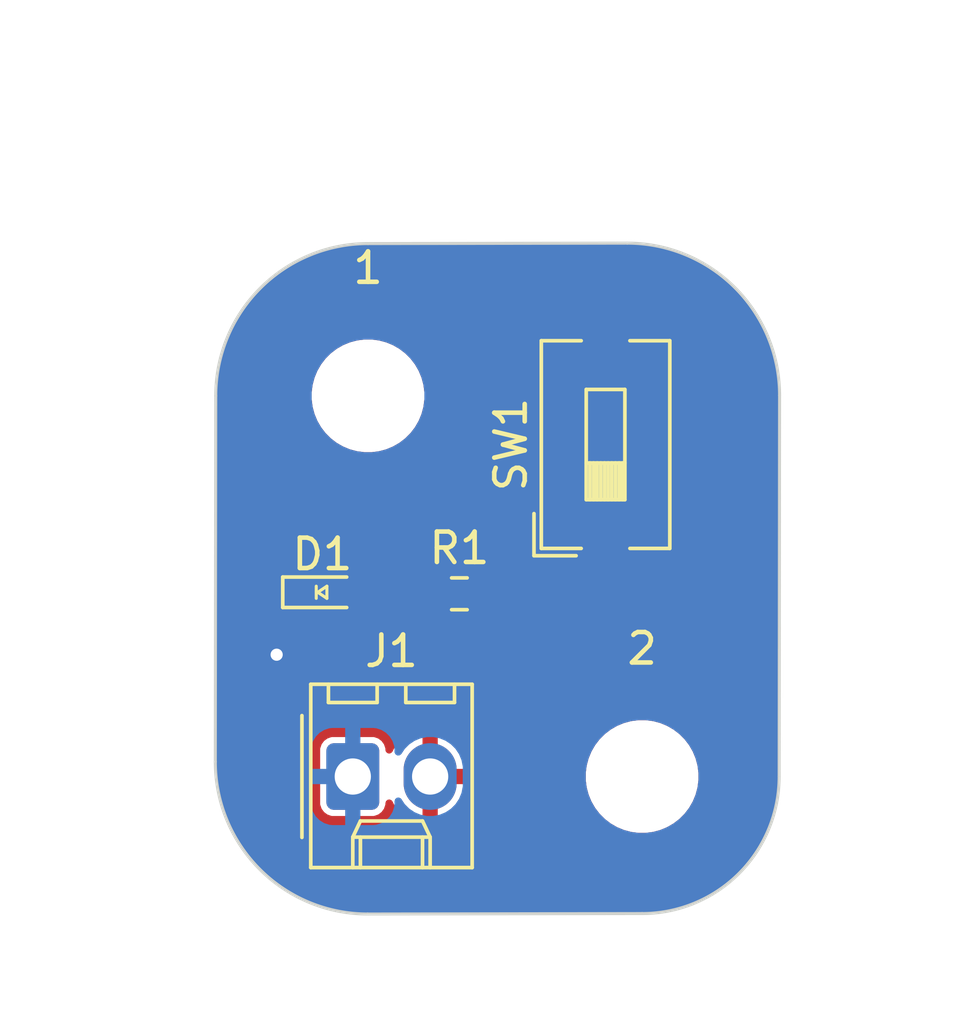
<source format=kicad_pcb>
(kicad_pcb (version 20240108) (generator "pcbnew") (generator_version "8.0")
  (title_block (title "LED  Circuit") (date "2022-08-16") (rev "1.0") (company "Illini Solar Car") (comment 1 "Designed By: Karthik"))
  (layers (0 "F.Cu" signal) (31 "B.Cu" signal) (34 "B.Paste" user) (35 "F.Paste" user) (36 "B.SilkS" user "B.Silkscreen") (37 "F.SilkS" user "F.Silkscreen") (38 "B.Mask" user) (39 "F.Mask" user) (44 "Edge.Cuts" user))
  (net 0 "")
  (net 1 "GND")
  (net 2 "Net-(D1-A)")
  (net 3 "Net-(R1-Pad1)")
  (net 4 "+3V3")
  (footprint "Connector_Molex:Molex_KK-254_AE-6410-02A_1x02_P2.54mm_Vertical" (layer "F.Cu") (at 132.5 102.5)
    (property "Reference" "J1" (at 1.27 -4.12 360) (layer "F.SilkS"))
    (property "Value" "Conn_01x02" (hide yes))
    (fp_line (start -1.67 -2) (end -1.67 2) (stroke (width 0.12)) (layer "F.SilkS"))
    (fp_line (start -1.38 -3.03) (end -1.38 2.99) (stroke (width 0.12)) (layer "F.SilkS"))
    (fp_line (start -1.38 2.99) (end 3.92 2.99) (stroke (width 0.12)) (layer "F.SilkS"))
    (fp_line (start -0.8 -3.03) (end -0.8 -2.43) (stroke (width 0.12)) (layer "F.SilkS"))
    (fp_line (start -0.8 -2.43) (end 0.8 -2.43) (stroke (width 0.12)) (layer "F.SilkS"))
    (fp_line (start 0 1.99) (end 0.25 1.46) (stroke (width 0.12)) (layer "F.SilkS"))
    (fp_line (start 0 1.99) (end 2.54 1.99) (stroke (width 0.12)) (layer "F.SilkS"))
    (fp_line (start 0 2.99) (end 0 1.99) (stroke (width 0.12)) (layer "F.SilkS"))
    (fp_line (start 0.25 1.46) (end 2.29 1.46) (stroke (width 0.12)) (layer "F.SilkS"))
    (fp_line (start 0.25 2.99) (end 0.25 1.99) (stroke (width 0.12)) (layer "F.SilkS"))
    (fp_line (start 0.8 -2.43) (end 0.8 -3.03) (stroke (width 0.12)) (layer "F.SilkS"))
    (fp_line (start 1.74 -3.03) (end 1.74 -2.43) (stroke (width 0.12)) (layer "F.SilkS"))
    (fp_line (start 1.74 -2.43) (end 3.34 -2.43) (stroke (width 0.12)) (layer "F.SilkS"))
    (fp_line (start 2.29 1.46) (end 2.54 1.99) (stroke (width 0.12)) (layer "F.SilkS"))
    (fp_line (start 2.29 2.99) (end 2.29 1.99) (stroke (width 0.12)) (layer "F.SilkS"))
    (fp_line (start 2.54 1.99) (end 2.54 2.99) (stroke (width 0.12)) (layer "F.SilkS"))
    (fp_line (start 3.34 -2.43) (end 3.34 -3.03) (stroke (width 0.12)) (layer "F.SilkS"))
    (fp_line (start 3.92 -3.03) (end -1.38 -3.03) (stroke (width 0.12)) (layer "F.SilkS"))
    (fp_line (start 3.92 2.99) (end 3.92 -3.03) (stroke (width 0.12)) (layer "F.SilkS"))
    (pad "1" thru_hole roundrect (at 0 0) (size 1.74 2.19) (drill 1.19) (layers "*.Cu" "*.Mask") (roundrect_rratio 0.143678) (net 1 "GND"))
    (pad "2" thru_hole oval (at 2.54 0) (size 1.74 2.19) (drill 1.19) (layers "*.Cu" "*.Mask") (net 4 "+3V3"))
  )
  (footprint "MountingHole:MountingHole_3.2mm_M3" (layer "F.Cu") (at 133 90)
    (property "Reference" "1" (at 0 -4.2 0) (layer "F.SilkS"))
    (property "Value" "MountingHole_3.2mm_M3" (hide yes))
    (pad "" np_thru_hole circle (at 0 0) (size 3.2 3.2) (drill 3.2) (layers "*.Cu" "*.Mask"))
  )
  (footprint "MountingHole:MountingHole_3.2mm_M3" (layer "F.Cu") (at 142 102.5)
    (property "Reference" "2" (at 0 -4.2 0) (layer "F.SilkS"))
    (property "Value" "MountingHole_3.2mm_M3" (hide yes))
    (pad "" np_thru_hole circle (at 0 0) (size 3.2 3.2) (drill 3.2) (layers "F&B.Cu" "*.Mask"))
  )
  (footprint "Button_Switch_SMD:SW_DIP_SPSTx01_Slide_6.7x4.1mm_W8.61mm_P2.54mm_LowProfile" (layer "F.Cu") (at 140.8 91.6 90)
    (property "Reference" "SW1" (at 0 -3.11 90) (layer "F.SilkS"))
    (property "Value" "SW_Push" (hide yes))
    (fp_line (start -3.65 -2.35) (end -2.267 -2.35) (stroke (width 0.12)) (layer "F.SilkS"))
    (fp_line (start -3.65 -2.35) (end -3.65 -0.967) (stroke (width 0.12)) (layer "F.SilkS"))
    (fp_line (start 3.41 -2.11) (end 3.41 -0.8) (stroke (width 0.12)) (layer "F.SilkS"))
    (fp_line (start -3.41 -2.11) (end 3.41 -2.11) (stroke (width 0.12)) (layer "F.SilkS"))
    (fp_line (start -3.41 -2.11) (end -3.41 -0.8) (stroke (width 0.12)) (layer "F.SilkS"))
    (fp_line (start 1.81 -0.635) (end -1.81 -0.635) (stroke (width 0.12)) (layer "F.SilkS"))
    (fp_line (start -0.603333 -0.635) (end -0.603333 0.635) (stroke (width 0.12)) (layer "F.SilkS"))
    (fp_line (start -1.81 -0.635) (end -1.81 0.635) (stroke (width 0.12)) (layer "F.SilkS"))
    (fp_line (start -1.81 -0.515) (end -0.603333 -0.515) (stroke (width 0.12)) (layer "F.SilkS"))
    (fp_line (start -1.81 -0.395) (end -0.603333 -0.395) (stroke (width 0.12)) (layer "F.SilkS"))
    (fp_line (start -1.81 -0.275) (end -0.603333 -0.275) (stroke (width 0.12)) (layer "F.SilkS"))
    (fp_line (start -1.81 -0.155) (end -0.603333 -0.155) (stroke (width 0.12)) (layer "F.SilkS"))
    (fp_line (start -1.81 -0.035) (end -0.603333 -0.035) (stroke (width 0.12)) (layer "F.SilkS"))
    (fp_line (start -1.81 0.085) (end -0.603333 0.085) (stroke (width 0.12)) (layer "F.SilkS"))
    (fp_line (start -1.81 0.205) (end -0.603333 0.205) (stroke (width 0.12)) (layer "F.SilkS"))
    (fp_line (start -1.81 0.325) (end -0.603333 0.325) (stroke (width 0.12)) (layer "F.SilkS"))
    (fp_line (start -1.81 0.445) (end -0.603333 0.445) (stroke (width 0.12)) (layer "F.SilkS"))
    (fp_line (start -1.81 0.565) (end -0.603333 0.565) (stroke (width 0.12)) (layer "F.SilkS"))
    (fp_line (start 1.81 0.635) (end 1.81 -0.635) (stroke (width 0.12)) (layer "F.SilkS"))
    (fp_line (start -1.81 0.635) (end 1.81 0.635) (stroke (width 0.12)) (layer "F.SilkS"))
    (fp_line (start 3.41 0.8) (end 3.41 2.11) (stroke (width 0.12)) (layer "F.SilkS"))
    (fp_line (start -3.41 0.8) (end -3.41 2.11) (stroke (width 0.12)) (layer "F.SilkS"))
    (fp_line (start -3.41 2.11) (end 3.41 2.11) (stroke (width 0.12)) (layer "F.SilkS"))
    (pad "1" smd rect (at -4.305 0 90) (size 2.44 1.12) (layers "F.Cu" "F.Paste" "F.Mask") (net 4 "+3V3"))
    (pad "2" smd rect (at 4.305 0 90) (size 2.44 1.12) (layers "F.Cu" "F.Paste" "F.Mask") (net 3 "Net-(R1-Pad1)"))
  )
  (footprint "layout:LED_0603_Symbol_on_F.SilkS" (layer "F.Cu") (at 131.5 96.45)
    (property "Reference" "D1" (at 0 -1.25 0) (layer "F.SilkS"))
    (property "Value" "LED_RED" (hide yes))
    (fp_line (start -1.3 -0.5) (end -1.3 0.5) (stroke (width 0.12)) (layer "F.SilkS"))
    (fp_line (start -1.3 -0.5) (end 0.8 -0.5) (stroke (width 0.12)) (layer "F.SilkS"))
    (fp_line (start -1.3 0.5) (end 0.8 0.5) (stroke (width 0.12)) (layer "F.SilkS"))
    (fp_line (start -0.2 -0.2) (end -0.2 0.2) (stroke (width 0.1)) (layer "F.SilkS"))
    (fp_line (start -0.15 0) (end 0.15 -0.2) (stroke (width 0.1)) (layer "F.SilkS"))
    (fp_line (start 0.15 -0.2) (end 0.15 0.2) (stroke (width 0.1)) (layer "F.SilkS"))
    (fp_line (start 0.15 0.2) (end -0.15 0) (stroke (width 0.1)) (layer "F.SilkS"))
    (pad "1" smd rect (at -0.8 0 180) (size 0.8 0.8) (layers "F.Cu" "F.Paste" "F.Mask") (net 1 "GND"))
    (pad "2" smd rect (at 0.8 0 180) (size 0.8 0.8) (layers "F.Cu" "F.Paste" "F.Mask") (net 2 "Net-(D1-A)"))
  )
  (footprint "Resistor_SMD:R_0603_1608Metric_Pad0.98x0.95mm_HandSolder" (layer "F.Cu") (at 136 96.5 180)
    (property "Reference" "R1" (at 0 1.5 360) (layer "F.SilkS"))
    (property "Value" "R105" (hide yes))
    (fp_line (start -0.254724 0.5225) (end 0.254724 0.5225) (stroke (width 0.12)) (layer "F.SilkS"))
    (fp_line (start -0.254724 -0.5225) (end 0.254724 -0.5225) (stroke (width 0.12)) (layer "F.SilkS"))
    (pad "1" smd roundrect (at -0.9125 0 180) (size 0.975 0.95) (layers "F.Cu" "F.Paste" "F.Mask") (net 3 "Net-(R1-Pad1)"))
    (pad "2" smd roundrect (at 0.9125 0 180) (size 0.975 0.95) (layers "F.Cu" "F.Paste" "F.Mask") (net 2 "Net-(D1-A)"))
  )
  (gr_line (start 133 85) (end 141.514466 84.985534) (stroke (width 0.1)) (layer "Edge.Cuts"))
  (gr_arc (start 128 90) (mid 129.464466 86.464466) (end 133 85) (stroke (width 0.1)) (layer "Edge.Cuts"))
  (gr_line (start 146.514466 89.985534) (end 146.5 102.5) (stroke (width 0.1)) (layer "Edge.Cuts"))
  (gr_line (start 132.985534 107.014466) (end 142 107) (stroke (width 0.1)) (layer "Edge.Cuts"))
  (gr_arc (start 146.5 102.5) (mid 145.181981 105.681981) (end 142 107) (stroke (width 0.1)) (layer "Edge.Cuts"))
  (gr_arc (start 141.514466 84.985534) (mid 145.05 86.45) (end 146.514466 89.985534) (stroke (width 0.1)) (layer "Edge.Cuts"))
  (gr_line (start 128 90) (end 127.985534 102.014466) (stroke (width 0.1)) (layer "Edge.Cuts"))
  (gr_arc (start 132.985534 107.014466) (mid 129.45 105.55) (end 127.985534 102.014466) (stroke (width 0.1)) (layer "Edge.Cuts"))
  (segment (start 130.7 97.8) (end 130 98.5) (width 0.25) (layer "F.Cu") (net 1))
  (segment (start 130.7 96.45) (end 130.7 97.8) (width 0.25) (layer "F.Cu") (net 1))
  (via (at 130 98.5) (size 0.8) (drill 0.4) (layers "F.Cu" "B.Cu") (net 1))
  (segment (start 135.0875 96.5) (end 132.35 96.5) (width 0.25) (layer "F.Cu") (net 2))
  (segment (start 132.35 96.5) (end 132.3 96.45) (width 0.25) (layer "F.Cu") (net 2))
  (segment (start 136.9125 96.5) (end 136.9125 94.5875) (width 0.25) (layer "F.Cu") (net 3))
  (segment (start 137.5 94) (end 137.5 87.5) (width 0.25) (layer "F.Cu") (net 3))
  (segment (start 137.5 87.5) (end 137.705 87.295) (width 0.25) (layer "F.Cu") (net 3))
  (segment (start 137.705 87.295) (end 140.3 87.295) (width 0.25) (layer "F.Cu") (net 3))
  (segment (start 136.9125 94.5875) (end 137.5 94) (width 0.25) (layer "F.Cu") (net 3))
  (zone (net 4) (net_name "+3V3") (layer "F.Cu") (connect_pads (clearance 0)) (min_thickness 0.25) (fill yes (thermal_gap 0.5) (thermal_bridge_width 0.5))
    (polygon (pts (xy 128 85) (xy 146.5 85) (xy 146.5 107) (xy 128 107)))
  )
  (zone (net 1) (net_name "GND") (layer "B.Cu") (priority 1) (connect_pads (clearance 0)) (min_thickness 0.25) (fill yes (thermal_gap 0.5) (thermal_bridge_width 0.5))
    (polygon (pts (xy 146.5 107) (xy 146.5 85) (xy 128 85) (xy 128 107)))
  )
)
</source>
